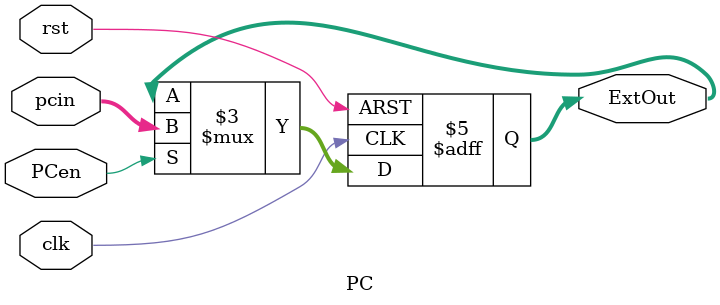
<source format=v>
`timescale 1ns / 1ps


module PC(
    input clk,
    input rst,
    input PCen,
    input [31:0]pcin,
    output reg [31:0]ExtOut
    );

    always@(posedge clk or posedge rst)
    begin
        if(rst) ExtOut <= 0;
        else if(PCen) ExtOut <= pcin;
        else ExtOut <= ExtOut;
    end
endmodule
</source>
